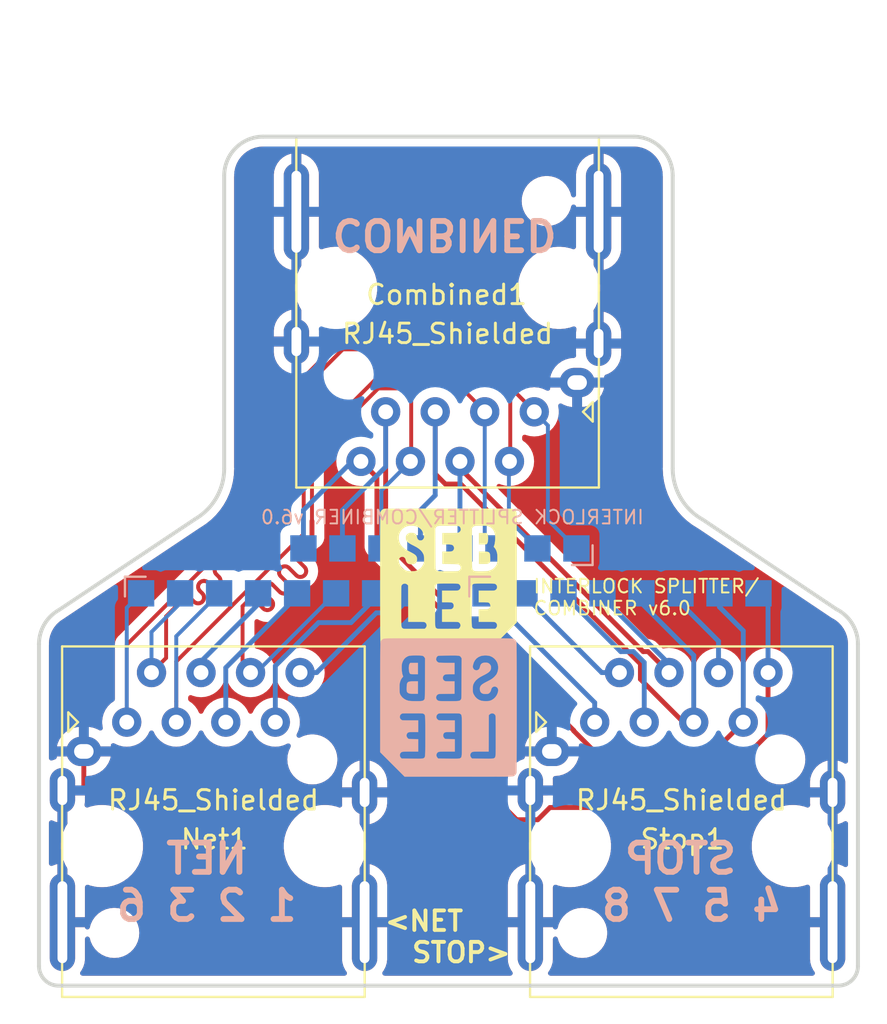
<source format=kicad_pcb>
(kicad_pcb (version 20211014) (generator pcbnew)
  (layers (0 "F.Cu" signal) (31 "B.Cu" signal) (34 "B.Paste" user) (35 "F.Paste" user) (36 "B.SilkS" user "B.Silkscreen") (37 "F.SilkS" user "F.Silkscreen") (38 "B.Mask" user) (39 "F.Mask" user) (44 "Edge.Cuts" user))
  (net 0 "")
  (net 1 "/TX+")
  (net 2 "/TX-")
  (net 3 "/RX+")
  (net 4 "Net-(Combined1-Pad8)")
  (net 5 "Net-(Combined1-Pad7)")
  (net 6 "Net-(Combined1-Pad4)")
  (net 7 "Net-(Combined1-Pad5)")
  (net 8 "GND")
  (net 9 "/RX-")
  (net 10 "Net-(J2-Pad4)")
  (net 11 "Net-(J2-Pad5)")
  (net 12 "Net-(J2-Pad7)")
  (net 13 "Net-(J2-Pad8)")
  (net 14 "Net-(J3-Pad1)")
  (net 15 "Net-(J3-Pad2)")
  (net 16 "Net-(J3-Pad3)")
  (net 17 "Net-(J3-Pad6)")
  (footprint "SebLee:RJ45_Multiple3" (layer "F.Cu") (at 164.4 60.6 180)
    (fp_text reference "Combined1" (at 4.5 6 180) (layer "F.SilkS"))
    (fp_text value "RJ45_Shielded" (at 4.445 4 180) (layer "F.SilkS"))
    (pad "" np_thru_hole circle locked (at -0.64 10.8 180) (size 1.55 1.55) (drill 1.55) (layers *.Cu *.Mask))
    (pad "" np_thru_hole circle locked (at 9.52 1.91 180) (size 1.55 1.55) (drill 1.55) (layers *.Cu *.Mask))
    (pad "" np_thru_hole circle locked (at -1.27 6.35 180) (size 3.2 3.2) (drill 3.2) (layers *.Cu *.Mask))
    (pad "" np_thru_hole circle locked (at 10.16 6.35 180) (size 3.2 3.2) (drill 3.2) (layers *.Cu *.Mask))
    (pad "1" thru_hole circle locked (at 0 0 180) (size 1.5 1.5) (drill 0.76) (layers *.Cu *.Mask) (net 1 "/TX+"))
    (pad "2" thru_hole circle locked (at 1.27 -2.54 180) (size 1.5 1.5) (drill 0.76) (layers *.Cu *.Mask) (net 2 "/TX-"))
    (pad "3" thru_hole circle locked (at 2.54 0 180) (size 1.5 1.5) (drill 0.76) (layers *.Cu *.Mask) (net 3 "/RX+"))
    (pad "4" thru_hole circle locked (at 3.81 -2.54 180) (size 1.5 1.5) (drill 0.76) (layers *.Cu *.Mask) (net 6 "Net-(Combined1-Pad4)"))
    (pad "5" thru_hole circle locked (at 5.08 0 180) (size 1.5 1.5) (drill 0.76) (layers *.Cu *.Mask) (net 7 "Net-(Combined1-Pad5)"))
    (pad "6" thru_hole circle locked (at 6.35 -2.54 180) (size 1.5 1.5) (drill 0.76) (layers *.Cu *.Mask) (net 9 "/RX-"))
    (pad "7" thru_hole circle locked (at 7.62 0 180) (size 1.5 1.5) (drill 0.76) (layers *.Cu *.Mask) (net 5 "Net-(Combined1-Pad7)"))
    (pad "8" thru_hole circle locked (at 8.89 -2.54 180) (size 1.5 1.5) (drill 0.76) (layers *.Cu *.Mask) (net 4 "Net-(Combined1-Pad8)"))
    (pad "SH" thru_hole oval locked (at 12.2 10.25 180) (size 1.3 5) (drill oval 0.5 4.2) (layers *.Cu *.Mask) (net 8 "GND"))
    (pad "SH" thru_hole oval locked (at -2.2 1.5 180) (size 1.8 1.5) (drill oval 1 0.75) (layers *.Cu *.Mask) (net 8 "GND"))
    (pad "SH" thru_hole oval locked (at -3.3 10.25 180) (size 1.3 5) (drill oval 0.5 4.2) (layers *.Cu *.Mask) (net 8 "GND"))
    (pad "SH" thru_hole oval locked (at 12.2 3.6 180) (size 1.3 2.3) (drill oval 0.5 1.5) (layers *.Cu *.Mask) (net 8 "GND"))
    (pad "SH" thru_hole oval locked (at -3.3 3.5 180) (size 1.3 2.3) (drill oval 0.5 1.5) (layers *.Cu *.Mask) (net 8 "GND"))
  )
  (footprint "SebLee:RJ45_Multiple3" (layer "F.Cu") (at 143.5 76.5)
    (fp_text reference "Net1" (at 4.5 6 180) (layer "F.SilkS"))
    (fp_text value "RJ45_Shielded" (at 4.445 4 180) (layer "F.SilkS"))
    (pad "" np_thru_hole circle locked (at 10.16 6.35) (size 3.2 3.2) (drill 3.2) (layers *.Cu *.Mask))
    (pad "" np_thru_hole circle locked (at 9.52 1.91) (size 1.55 1.55) (drill 1.55) (layers *.Cu *.Mask))
    (pad "" np_thru_hole circle locked (at -0.64 10.8) (size 1.55 1.55) (drill 1.55) (layers *.Cu *.Mask))
    (pad "" np_thru_hole circle locked (at -1.27 6.35) (size 3.2 3.2) (drill 3.2) (layers *.Cu *.Mask))
    (pad "1" thru_hole circle locked (at 0 0) (size 1.5 1.5) (drill 0.76) (layers *.Cu *.Mask) (net 1 "/TX+"))
    (pad "2" thru_hole circle locked (at 1.27 -2.54) (size 1.5 1.5) (drill 0.76) (layers *.Cu *.Mask) (net 2 "/TX-"))
    (pad "3" thru_hole circle locked (at 2.54 0) (size 1.5 1.5) (drill 0.76) (layers *.Cu *.Mask) (net 3 "/RX+"))
    (pad "4" thru_hole circle locked (at 3.81 -2.54) (size 1.5 1.5) (drill 0.76) (layers *.Cu *.Mask) (net 10 "Net-(J2-Pad4)"))
    (pad "5" thru_hole circle locked (at 5.08 0) (size 1.5 1.5) (drill 0.76) (layers *.Cu *.Mask) (net 11 "Net-(J2-Pad5)"))
    (pad "6" thru_hole circle locked (at 6.35 -2.54) (size 1.5 1.5) (drill 0.76) (layers *.Cu *.Mask) (net 9 "/RX-"))
    (pad "7" thru_hole circle locked (at 7.62 0) (size 1.5 1.5) (drill 0.76) (layers *.Cu *.Mask) (net 12 "Net-(J2-Pad7)"))
    (pad "8" thru_hole circle locked (at 8.89 -2.54) (size 1.5 1.5) (drill 0.76) (layers *.Cu *.Mask) (net 13 "Net-(J2-Pad8)"))
    (pad "SH" thru_hole oval locked (at -3.3 3.5) (size 1.3 2.3) (drill oval 0.5 1.5) (layers *.Cu *.Mask) (net 8 "GND"))
    (pad "SH" thru_hole oval locked (at 12.2 3.6) (size 1.3 2.3) (drill oval 0.5 1.5) (layers *.Cu *.Mask) (net 8 "GND"))
    (pad "SH" thru_hole oval locked (at 12.2 10.25) (size 1.3 5) (drill oval 0.5 4.2) (layers *.Cu *.Mask) (net 8 "GND"))
    (pad "SH" thru_hole oval locked (at -3.3 10.25) (size 1.3 5) (drill oval 0.5 4.2) (layers *.Cu *.Mask) (net 8 "GND"))
    (pad "SH" thru_hole oval locked (at -2.2 1.5) (size 1.8 1.5) (drill oval 1 0.75) (layers *.Cu *.Mask) (net 8 "GND"))
  )
  (footprint "SebLee:RJ45_Multiple3" (layer "F.Cu") (at 167.5 76.5)
    (fp_text reference "Stop1" (at 4.5 6 180) (layer "F.SilkS"))
    (fp_text value "RJ45_Shielded" (at 4.445 4 180) (layer "F.SilkS"))
    (pad "" np_thru_hole circle locked (at -1.27 6.35) (size 3.2 3.2) (drill 3.2) (layers *.Cu *.Mask))
    (pad "" np_thru_hole circle locked (at 9.52 1.91) (size 1.55 1.55) (drill 1.55) (layers *.Cu *.Mask))
    (pad "" np_thru_hole circle locked (at -0.64 10.8) (size 1.55 1.55) (drill 1.55) (layers *.Cu *.Mask))
    (pad "" np_thru_hole circle locked (at 10.16 6.35) (size 3.2 3.2) (drill 3.2) (layers *.Cu *.Mask))
    (pad "1" thru_hole circle locked (at 0 0) (size 1.5 1.5) (drill 0.76) (layers *.Cu *.Mask) (net 14 "Net-(J3-Pad1)"))
    (pad "2" thru_hole circle locked (at 1.27 -2.54) (size 1.5 1.5) (drill 0.76) (layers *.Cu *.Mask) (net 15 "Net-(J3-Pad2)"))
    (pad "3" thru_hole circle locked (at 2.54 0) (size 1.5 1.5) (drill 0.76) (layers *.Cu *.Mask) (net 16 "Net-(J3-Pad3)"))
    (pad "4" thru_hole circle locked (at 3.81 -2.54) (size 1.5 1.5) (drill 0.76) (layers *.Cu *.Mask) (net 6 "Net-(Combined1-Pad4)"))
    (pad "5" thru_hole circle locked (at 5.08 0) (size 1.5 1.5) (drill 0.76) (layers *.Cu *.Mask) (net 7 "Net-(Combined1-Pad5)"))
    (pad "6" thru_hole circle locked (at 6.35 -2.54) (size 1.5 1.5) (drill 0.76) (layers *.Cu *.Mask) (net 17 "Net-(J3-Pad6)"))
    (pad "7" thru_hole circle locked (at 7.62 0) (size 1.5 1.5) (drill 0.76) (layers *.Cu *.Mask) (net 5 "Net-(Combined1-Pad7)"))
    (pad "8" thru_hole circle locked (at 8.89 -2.54) (size 1.5 1.5) (drill 0.76) (layers *.Cu *.Mask) (net 4 "Net-(Combined1-Pad8)"))
    (pad "SH" thru_hole oval locked (at 12.2 3.6) (size 1.3 2.3) (drill oval 0.5 1.5) (layers *.Cu *.Mask) (net 8 "GND"))
    (pad "SH" thru_hole oval locked (at -3.3 10.25) (size 1.3 5) (drill oval 0.5 4.2) (layers *.Cu *.Mask) (net 8 "GND"))
    (pad "SH" thru_hole oval locked (at 12.2 10.25) (size 1.3 5) (drill oval 0.5 4.2) (layers *.Cu *.Mask) (net 8 "GND"))
    (pad "SH" thru_hole oval locked (at -2.2 1.5) (size 1.8 1.5) (drill oval 1 0.75) (layers *.Cu *.Mask) (net 8 "GND"))
    (pad "SH" thru_hole oval locked (at -3.3 3.5) (size 1.3 2.3) (drill oval 0.5 1.5) (layers *.Cu *.Mask) (net 8 "GND"))
  )
  (footprint "SebLee:SebLee7mm" (layer "F.Cu") (at 160 69.1)
    (fp_text reference "G***" hide)
    (fp_text value "LOGO" hide)
  )
  (footprint "SebLee:SebLee7mm" (layer "B.Cu") (at 160 75.75 180)
    (fp_text reference "G***" hide)
    (fp_text value "LOGO" hide)
  )
  (footprint "SebLee:Pads_1x08_P2.00mm_Vertical" (layer "B.Cu") (at 166.5625 67.6 90)
    (fp_text reference "J1" hide)
    (fp_text value "Conn_01x08")
    (pad "1" smd rect (at 0 0 90) (size 1.35 1.35) (layers "B.Cu" "B.Paste" "B.Mask") (net 1 "/TX+"))
    (pad "2" smd rect (at 0 -2 90) (size 1.35 1.35) (layers "B.Cu" "B.Paste" "B.Mask") (net 2 "/TX-"))
    (pad "3" smd rect (at 0 -4 90) (size 1.35 1.35) (layers "B.Cu" "B.Paste" "B.Mask") (net 3 "/RX+"))
    (pad "4" smd rect (at 0 -6 90) (size 1.35 1.35) (layers "B.Cu" "B.Paste" "B.Mask") (net 6 "Net-(Combined1-Pad4)"))
    (pad "5" smd rect (at 0 -8 90) (size 1.35 1.35) (layers "B.Cu" "B.Paste" "B.Mask") (net 7 "Net-(Combined1-Pad5)"))
    (pad "6" smd rect (at 0 -10 90) (size 1.35 1.35) (layers "B.Cu" "B.Paste" "B.Mask") (net 9 "/RX-"))
    (pad "7" smd rect (at 0 -12 90) (size 1.35 1.35) (layers "B.Cu" "B.Paste" "B.Mask") (net 5 "Net-(Combined1-Pad7)"))
    (pad "8" smd rect (at 0 -14 90) (size 1.35 1.35) (layers "B.Cu" "B.Paste" "B.Mask") (net 4 "Net-(Combined1-Pad8)"))
  )
  (footprint "SebLee:Pads_1x08_P2.00mm_Vertical" (layer "B.Cu") (at 161.9 69.9 -90)
    (fp_text reference "J3" hide)
    (fp_text value "Conn_01x08" hide)
    (pad "1" smd rect (at 0 0 270) (size 1.35 1.35) (layers "B.Cu" "B.Paste" "B.Mask") (net 14 "Net-(J3-Pad1)"))
    (pad "2" smd rect (at 0 -2 270) (size 1.35 1.35) (layers "B.Cu" "B.Paste" "B.Mask") (net 15 "Net-(J3-Pad2)"))
    (pad "3" smd rect (at 0 -4 270) (size 1.35 1.35) (layers "B.Cu" "B.Paste" "B.Mask") (net 16 "Net-(J3-Pad3)"))
    (pad "4" smd rect (at 0 -6 270) (size 1.35 1.35) (layers "B.Cu" "B.Paste" "B.Mask") (net 6 "Net-(Combined1-Pad4)"))
    (pad "5" smd rect (at 0 -8 270) (size 1.35 1.35) (layers "B.Cu" "B.Paste" "B.Mask") (net 7 "Net-(Combined1-Pad5)"))
    (pad "6" smd rect (at 0 -10 270) (size 1.35 1.35) (layers "B.Cu" "B.Paste" "B.Mask") (net 17 "Net-(J3-Pad6)"))
    (pad "7" smd rect (at 0 -12 270) (size 1.35 1.35) (layers "B.Cu" "B.Paste" "B.Mask") (net 5 "Net-(Combined1-Pad7)"))
    (pad "8" smd rect (at 0 -14 270) (size 1.35 1.35) (layers "B.Cu" "B.Paste" "B.Mask") (net 4 "Net-(Combined1-Pad8)"))
  )
  (footprint "SebLee:Pads_1x08_P2.00mm_Vertical" (layer "B.Cu") (at 144.2375 69.9 -90)
    (fp_text reference "J2" hide)
    (fp_text value "Conn_01x08")
    (pad "1" smd rect locked (at 0 0 270) (size 1.35 1.35) (layers "B.Cu" "B.Paste" "B.Mask") (net 1 "/TX+"))
    (pad "2" smd rect locked (at 0 -2 270) (size 1.35 1.35) (layers "B.Cu" "B.Paste" "B.Mask") (net 2 "/TX-"))
    (pad "3" smd rect locked (at 0 -4 270) (size 1.35 1.35) (layers "B.Cu" "B.Paste" "B.Mask") (net 3 "/RX+"))
    (pad "4" smd rect locked (at 0 -6 270) (size 1.35 1.35) (layers "B.Cu" "B.Paste" "B.Mask") (net 10 "Net-(J2-Pad4)"))
    (pad "5" smd rect locked (at 0 -8 270) (size 1.35 1.35) (layers "B.Cu" "B.Paste" "B.Mask") (net 11 "Net-(J2-Pad5)"))
    (pad "6" smd rect locked (at 0 -10 270) (size 1.35 1.35) (layers "B.Cu" "B.Paste" "B.Mask") (net 9 "/RX-"))
    (pad "7" smd rect locked (at 0 -12 270) (size 1.35 1.35) (layers "B.Cu" "B.Paste" "B.Mask") (net 12 "Net-(J2-Pad7)"))
    (pad "8" smd rect locked (at 0 -14 270) (size 1.35 1.35) (layers "B.Cu" "B.Paste" "B.Mask") (net 13 "Net-(J2-Pad8)"))
  )
  (gr_line (start 173.03615 66.118615) (end 179.894427 70.711146) (layer "Edge.Cuts") (width 0.2))
  (gr_line (start 147.043487 66.072479) (end 140.0059 70.764556) (layer "Edge.Cuts") (width 0.2))
  (gr_arc (start 139 72.5) (mid 139.269653 71.497054) (end 140.0059 70.764556) (layer "Edge.Cuts") (width 0.2))
  (gr_arc (start 148.5 63.5) (mid 148.1106 64.978097) (end 147.043487 66.072479) (layer "Edge.Cuts") (width 0.2))
  (gr_arc (start 169.5 46.5) (mid 170.914214 47.085786) (end 171.5 48.5) (layer "Edge.Cuts") (width 0.2))
  (gr_arc (start 148.5 48.5) (mid 149.085786 47.085786) (end 150.5 46.5) (layer "Edge.Cuts") (width 0.2))
  (gr_line (start 150.5 46.5) (end 169.5 46.5) (layer "Edge.Cuts") (width 0.2))
  (gr_line (start 171.5 48.5) (end 171.5 63.5) (layer "Edge.Cuts") (width 0.2))
  (gr_line (start 148.5 48.5) (end 148.5 63.5) (layer "Edge.Cuts") (width 0.2))
  (gr_arc (start 140 90) (mid 139.292893 89.707107) (end 139 89) (layer "Edge.Cuts") (width 0.2))
  (gr_arc (start 181 89) (mid 180.707107 89.707107) (end 180 90) (layer "Edge.Cuts") (width 0.2))
  (gr_line (start 181 72.5) (end 181 89) (layer "Edge.Cuts") (width 0.2))
  (gr_arc (start 173.03615 66.118615) (mid 171.91238 65.017968) (end 171.5 63.5) (layer "Edge.Cuts") (width 0.2))
  (gr_line (start 139 89) (end 139 72.5) (layer "Edge.Cuts") (width 0.2))
  (gr_arc (start 179.894427 70.711146) (mid 180.701301 71.448538) (end 181 72.5) (layer "Edge.Cuts") (width 0.2))
  (gr_line (start 180 90) (end 140 90) (layer "Edge.Cuts") (width 0.2))
  (gr_text "COMBINED" (at 159.8 51.5 180) (layer "B.SilkS") (effects (font (size 1.5 1.5) (thickness 0.3)) (justify mirror)))
  (gr_text "STOP\n4 5 7 8 " (at 171.9 84.7) (layer "B.SilkS") (effects (font (size 1.5 1.5) (thickness 0.3)) (justify mirror)))
  (gr_text "INTERLOCK SPLITTER/COMBINER v6.0\n" (at 160.2 66) (layer "B.SilkS") (effects (font (size 0.7 0.7) (thickness 0.1)) (justify mirror)))
  (gr_text "NET\n1 2 3 6" (at 147.6 84.7) (layer "B.SilkS") (effects (font (size 1.5 1.5) (thickness 0.3)) (justify mirror)))
  (gr_text "<NET\n     STOP>" (at 158.75 87.5) (layer "F.SilkS") (effects (font (size 1 1) (thickness 0.2))))
  (gr_text "INTERLOCK SPLITTER/\nCOMBINER v6.0" (at 164.3 70.1) (layer "F.SilkS") (effects (font (size 0.7 0.7) (thickness 0.1)) (justify left)))
  (segment (start 160.83 57) (end 164.44 60.61) (width 0.2) (layer "F.Cu") (net 1))
  (segment (start 150.849989 60.563309) (end 154.413298 57) (width 0.2) (layer "F.Cu") (net 1))
  (segment (start 154.413298 57) (end 160.83 57) (width 0.2) (layer "F.Cu") (net 1))
  (segment (start 143.5 76.5) (end 143.5 72.5343) (width 0.2) (layer "F.Cu") (net 1))
  (segment (start 143.5 72.5343) (end 150.849989 65.184311) (width 0.2) (layer "F.Cu") (net 1))
  (segment (start 150.849989 65.184311) (end 150.849989 60.563309) (width 0.2) (layer "F.Cu") (net 1))
  (segment (start 143.5 70.6375) (end 144.2375 69.9) (width 0.2) (layer "B.Cu") (net 1))
  (segment (start 143.5 76.5) (end 143.5 70.6375) (width 0.2) (layer "B.Cu") (net 1))
  (segment (start 166.5625 67.6) (end 165.1 66.1375) (width 0.2) (layer "B.Cu") (net 1))
  (segment (start 165.1 66.1375) (end 165.1 61.3) (width 0.2) (layer "B.Cu") (net 1))
  (segment (start 165.1 61.3) (end 164.4 60.6) (width 0.2) (layer "B.Cu") (net 1))
  (segment (start 148.295705 69.167873) (end 148.266558 69.107347) (width 0.2) (layer "F.Cu") (net 2))
  (segment (start 147.42707 69.26549) (end 147.494249 69.26549) (width 0.2) (layer "F.Cu") (net 2))
  (segment (start 147.30105 69.309586) (end 147.361576 69.280439) (width 0.2) (layer "F.Cu") (net 2))
  (segment (start 148.224673 69.054824) (end 148.097055 68.927206) (width 0.2) (layer "F.Cu") (net 2))
  (segment (start 145.519999 73.210001) (end 145.519999 71.080001) (width 0.2) (layer "F.Cu") (net 2))
  (segment (start 147.248527 69.775734) (end 147.206641 69.723211) (width 0.2) (layer "F.Cu") (net 2))
  (segment (start 147.620269 69.309586) (end 147.672792 69.351472) (width 0.2) (layer "F.Cu") (net 2))
  (segment (start 148.266558 69.107347) (end 148.224673 69.054824) (width 0.2) (layer "F.Cu") (net 2))
  (segment (start 147.447177 70.016401) (end 147.41803 69.955875) (width 0.2) (layer "F.Cu") (net 2))
  (segment (start 148.310654 69.233367) (end 148.295705 69.167873) (width 0.2) (layer "F.Cu") (net 2))
  (segment (start 160.6 57.4) (end 163.17 59.97) (width 0.2) (layer "F.Cu") (net 2))
  (segment (start 147.004404 70.369503) (end 147.06493 70.39865) (width 0.2) (layer "F.Cu") (net 2))
  (segment (start 154.578998 57.4) (end 160.6 57.4) (width 0.2) (layer "F.Cu") (net 2))
  (segment (start 148.111625 69.550122) (end 148.172151 69.520975) (width 0.2) (layer "F.Cu") (net 2))
  (segment (start 148.011073 68.681484) (end 148.026022 68.61599) (width 0.2) (layer "F.Cu") (net 2))
  (segment (start 148.172151 69.520975) (end 148.224673 69.479089) (width 0.2) (layer "F.Cu") (net 2))
  (segment (start 147.494249 69.26549) (end 147.559743 69.280439) (width 0.2) (layer "F.Cu") (net 2))
  (segment (start 163.17 59.97) (end 163.17 63.15) (width 0.2) (layer "F.Cu") (net 2))
  (segment (start 151.25 60.728998) (end 154.578998 57.4) (width 0.2) (layer "F.Cu") (net 2))
  (segment (start 147.800409 69.479089) (end 147.852932 69.520975) (width 0.2) (layer "F.Cu") (net 2))
  (segment (start 146.824264 70.2) (end 146.951881 70.327617) (width 0.2) (layer "F.Cu") (net 2))
  (segment (start 148.011073 68.748663) (end 148.011073 68.681484) (width 0.2) (layer "F.Cu") (net 2))
  (segment (start 147.206641 69.723211) (end 147.177494 69.662685) (width 0.2) (layer "F.Cu") (net 2))
  (segment (start 148.266558 69.426566) (end 148.295705 69.36604) (width 0.2) (layer "F.Cu") (net 2))
  (segment (start 144.77 73.96) (end 145.519999 73.210001) (width 0.2) (layer "F.Cu") (net 2))
  (segment (start 147.263097 70.39865) (end 147.323623 70.369503) (width 0.2) (layer "F.Cu") (net 2))
  (segment (start 151.25 65.35) (end 151.25 60.728998) (width 0.2) (layer "F.Cu") (net 2))
  (segment (start 147.162545 69.597191) (end 147.162545 69.530012) (width 0.2) (layer "F.Cu") (net 2))
  (segment (start 148.097056 68.502943) (end 151.25 65.35) (width 0.2) (layer "F.Cu") (net 2))
  (segment (start 147.06493 70.39865) (end 147.130424 70.413599) (width 0.2) (layer "F.Cu") (net 2))
  (segment (start 148.046131 69.565071) (end 148.111625 69.550122) (width 0.2) (layer "F.Cu") (net 2))
  (segment (start 147.41803 70.275094) (end 147.447177 70.214568) (width 0.2) (layer "F.Cu") (net 2))
  (segment (start 147.462126 70.149074) (end 147.462126 70.081895) (width 0.2) (layer "F.Cu") (net 2))
  (segment (start 147.462126 70.081895) (end 147.447177 70.016401) (width 0.2) (layer "F.Cu") (net 2))
  (segment (start 147.361576 69.280439) (end 147.42707 69.26549) (width 0.2) (layer "F.Cu") (net 2))
  (segment (start 148.026022 68.61599) (end 148.055169 68.555464) (width 0.2) (layer "F.Cu") (net 2))
  (segment (start 146.4 70.2) (end 146.452522 70.158114) (width 0.2) (layer "F.Cu") (net 2))
  (segment (start 147.177494 69.464518) (end 147.206641 69.403992) (width 0.2) (layer "F.Cu") (net 2))
  (segment (start 147.206641 69.403992) (end 147.248528 69.351472) (width 0.2) (layer "F.Cu") (net 2))
  (segment (start 148.055169 68.874683) (end 148.026022 68.814157) (width 0.2) (layer "F.Cu") (net 2))
  (segment (start 146.951881 70.327617) (end 147.004404 70.369503) (width 0.2) (layer "F.Cu") (net 2))
  (segment (start 147.376145 69.903352) (end 147.248527 69.775734) (width 0.2) (layer "F.Cu") (net 2))
  (segment (start 148.097055 68.927206) (end 148.055169 68.874683) (width 0.2) (layer "F.Cu") (net 2))
  (segment (start 147.852932 69.520975) (end 147.913458 69.550122) (width 0.2) (layer "F.Cu") (net 2))
  (segment (start 147.913458 69.550122) (end 147.978952 69.565071) (width 0.2) (layer "F.Cu") (net 2))
  (segment (start 146.513048 70.128967) (end 146.578542 70.114018) (width 0.2) (layer "F.Cu") (net 2))
  (segment (start 145.519999 71.080001) (end 146.4 70.2) (width 0.2) (layer "F.Cu") (net 2))
  (segment (start 146.578542 70.114018) (end 146.645721 70.114018) (width 0.2) (layer "F.Cu") (net 2))
  (segment (start 148.310654 69.300546) (end 148.310654 69.233367) (width 0.2) (layer "F.Cu") (net 2))
  (segment (start 148.026022 68.814157) (end 148.011073 68.748663) (width 0.2) (layer "F.Cu") (net 2))
  (segment (start 147.376145 70.327617) (end 147.41803 70.275094) (width 0.2) (layer "F.Cu") (net 2))
  (segment (start 146.452522 70.158114) (end 146.513048 70.128967) (width 0.2) (layer "F.Cu") (net 2))
  (segment (start 147.248528 69.351472) (end 147.30105 69.309586) (width 0.2) (layer "F.Cu") (net 2))
  (segment (start 146.771741 70.158114) (end 146.824264 70.2) (width 0.2) (layer "F.Cu") (net 2))
  (segment (start 147.559743 69.280439) (end 147.620269 69.309586) (width 0.2) (layer "F.Cu") (net 2))
  (segment (start 148.055169 68.555464) (end 148.097056 68.502943) (width 0.2) (layer "F.Cu") (net 2))
  (segment (start 147.130424 70.413599) (end 147.197603 70.413599) (width 0.2) (layer "F.Cu") (net 2))
  (segment (start 148.224673 69.479089) (end 148.266558 69.426566) (width 0.2) (layer "F.Cu") (net 2))
  (segment (start 148.295705 69.36604) (end 148.310654 69.300546) (width 0.2) (layer "F.Cu") (net 2))
  (segment (start 147.323623 70.369503) (end 147.376145 70.327617) (width 0.2) (layer "F.Cu") (net 2))
  (segment (start 147.978952 69.565071) (end 148.046131 69.565071) (width 0.2) (layer "F.Cu") (net 2))
  (segment (start 147.41803 69.955875) (end 147.376145 69.903352) (width 0.2) (layer "F.Cu") (net 2))
  (segment (start 146.711215 70.128967) (end 146.771741 70.158114) (width 0.2) (layer "F.Cu") (net 2))
  (segment (start 147.177494 69.662685) (end 147.162545 69.597191) (width 0.2) (layer "F.Cu") (net 2))
  (segment (start 147.197603 70.413599) (end 147.263097 70.39865) (width 0.2) (layer "F.Cu") (net 2))
  (segment (start 146.645721 70.114018) (end 146.711215 70.128967) (width 0.2) (layer "F.Cu") (net 2))
  (segment (start 147.162545 69.530012) (end 147.177494 69.464518) (width 0.2) (layer "F.Cu") (net 2))
  (segment (start 147.447177 70.214568) (end 147.462126 70.149074) (width 0.2) (layer "F.Cu") (net 2))
  (segment (start 147.672792 69.351472) (end 147.800409 69.479089) (width 0.2) (layer "F.Cu") (net 2))
  (segment (start 163.1 63.17) (end 163.13 63.14) (width 0.2) (layer "B.Cu") (net 2))
  (segment (start 164.5625 67.6) (end 163.1 66.1375) (width 0.2) (layer "B.Cu") (net 2))
  (segment (start 163.1 66.1375) (end 163.1 63.17) (width 0.2) (layer "B.Cu") (net 2))
  (segment (start 146.2375 70.4125) (end 146.2375 69.9) (width 0.2) (layer "B.Cu") (net 2))
  (segment (start 144.77 73.96) (end 144.77 71.88) (width 0.2) (layer "B.Cu") (net 2))
  (segment (start 144.77 71.88) (end 146.2375 70.4125) (width 0.2) (layer "B.Cu") (net 2))
  (segment (start 152.57499 66.85681) (end 146.04 73.3918) (width 0.2) (layer "F.Cu") (net 3))
  (segment (start 161.9 60.61) (end 160.29 59) (width 0.2) (layer "F.Cu") (net 3))
  (segment (start 146.04 73.3918) (end 146.04 75.43934) (width 0.2) (layer "F.Cu") (net 3))
  (segment (start 156.2 59) (end 152.57499 62.62501) (width 0.2) (layer "F.Cu") (net 3))
  (segment (start 160.29 59) (end 156.2 59) (width 0.2) (layer "F.Cu") (net 3))
  (segment (start 152.57499 62.62501) (end 152.57499 66.85681) (width 0.2) (layer "F.Cu") (net 3))
  (segment (start 146.04 75.43934) (end 146.04 76.5) (width 0.2) (layer "F.Cu") (net 3))
  (segment (start 146.04 72.0975) (end 148.2375 69.9) (width 0.2) (layer "B.Cu") (net 3))
  (segment (start 161.86 66.8975) (end 161.86 60.6) (width 0.2) (layer "B.Cu") (net 3))
  (segment (start 162.5625 67.6) (end 161.86 66.8975) (width 0.2) (layer "B.Cu") (net 3))
  (segment (start 146.04 76.5) (end 146.04 72.0975) (width 0.2) (layer "B.Cu") (net 3))
  (segment (start 172.624521 80.875479) (end 165.2027 80.875479) (width 0.25) (layer "F.Cu") (net 4))
  (segment (start 164.578179 81.5) (end 163.5 81.5) (width 0.25) (layer "F.Cu") (net 4))
  (segment (start 165.2027 80.875479) (end 164.578179 81.5) (width 0.25) (layer "F.Cu") (net 4))
  (segment (start 162.9 80.9) (end 162.9 74.035718) (width 0.25) (layer "F.Cu") (net 4))
  (segment (start 156.33048 67.466197) (end 156.33048 63.96048) (width 0.25) (layer "F.Cu") (net 4))
  (segment (start 156.33048 63.96048) (end 155.51 63.14) (width 0.25) (layer "F.Cu") (net 4))
  (segment (start 176.39 77.11) (end 172.624521 80.875479) (width 0.25) (layer "F.Cu") (net 4))
  (segment (start 162.9 74.035718) (end 156.33048 67.466197) (width 0.25) (layer "F.Cu") (net 4))
  (segment (start 176.39 73.96) (end 176.39 77.11) (width 0.25) (layer "F.Cu") (net 4))
  (segment (start 163.5 81.5) (end 162.9 80.9) (width 0.25) (layer "F.Cu") (net 4))
  (segment (start 176.39 73.96) (end 176.39 70.39) (width 0.25) (layer "B.Cu") (net 4))
  (segment (start 152.5625 65.6375) (end 155.06 63.14) (width 0.25) (layer "B.Cu") (net 4))
  (segment (start 152.5625 67.6) (end 152.5625 65.6375) (width 0.25) (layer "B.Cu") (net 4))
  (segment (start 155.06 63.14) (end 155.51 63.14) (width 0.25) (layer "B.Cu") (net 4))
  (segment (start 176.39 70.39) (end 175.9 69.9) (width 0.25) (layer "B.Cu") (net 4))
  (segment (start 175.12 76.5) (end 172.92 78.7) (width 0.25) (layer "F.Cu") (net 5))
  (segment (start 166.425489 76.925489) (end 156.78 67.28) (width 0.25) (layer "F.Cu") (net 5))
  (segment (start 166.425489 76.945078) (end 166.425489 76.925489) (width 0.25) (layer "F.Cu") (net 5))
  (segment (start 168.180411 78.7) (end 166.425489 76.945078) (width 0.25) (layer "F.Cu") (net 5))
  (segment (start 156.78 67.28) (end 156.78 60.6) (width 0.25) (layer "F.Cu") (net 5))
  (segment (start 172.92 78.7) (end 168.180411 78.7) (width 0.25) (layer "F.Cu") (net 5))
  (segment (start 156.78 63.42) (end 156.78 60.6) (width 0.25) (layer "B.Cu") (net 5))
  (segment (start 154.5625 65.6375) (end 156.78 63.42) (width 0.25) (layer "B.Cu") (net 5))
  (segment (start 154.5625 67.6) (end 154.5625 65.6375) (width 0.25) (layer "B.Cu") (net 5))
  (segment (start 173.9 70.6) (end 173.9 69.9) (width 0.25) (layer "B.Cu") (net 5))
  (segment (start 175.12 76.5) (end 175.12 71.82) (width 0.25) (layer "B.Cu") (net 5))
  (segment (start 175.12 71.82) (end 173.9 70.6) (width 0.25) (layer "B.Cu") (net 5))
  (segment (start 160.59 63.49) (end 160.59 63.14) (width 0.25) (layer "F.Cu") (net 6))
  (segment (start 171.31 73.96) (end 170.235489 72.885489) (width 0.25) (layer "F.Cu") (net 6))
  (segment (start 170.235489 72.885489) (end 169.985489 72.885489) (width 0.25) (layer "F.Cu") (net 6))
  (segment (start 169.985489 72.885489) (end 160.59 63.49) (width 0.25) (layer "F.Cu") (net 6))
  (segment (start 171.31 73.96) (end 171.31 73.51) (width 0.25) (layer "B.Cu") (net 6))
  (segment (start 171.31 73.51) (end 167.9 70.1) (width 0.25) (layer "B.Cu") (net 6))
  (segment (start 160.59 67.5725) (end 160.59 63.14) (width 0.25) (layer "B.Cu") (net 6))
  (segment (start 160.5625 67.6) (end 160.59 67.5725) (width 0.25) (layer "B.Cu") (net 6))
  (segment (start 167.9 70.1) (end 167.9 69.9) (width 0.25) (layer "B.Cu") (net 6))
  (segment (start 159.32 63.780567) (end 159.32 60.6) (width 0.25) (layer "F.Cu") (net 7))
  (segment (start 160.629589 64.3) (end 159.839433 64.3) (width 0.25) (layer "F.Cu") (net 7))
  (segment (start 169.844511 73.514922) (end 160.629589 64.3) (width 0.25) (layer "F.Cu") (net 7))
  (segment (start 159.839433 64.3) (end 159.32 63.780567) (width 0.25) (layer "F.Cu") (net 7))
  (segment (start 172.58 76.5) (end 172.044511 76.5) (width 0.25) (layer "F.Cu") (net 7))
  (segment (start 172.044511 76.5) (end 169.844511 74.3) (width 0.25) (layer "F.Cu") (net 7))
  (segment (start 169.844511 74.3) (end 169.844511 73.514922) (width 0.25) (layer "F.Cu") (net 7))
  (segment (start 172.58 73.08) (end 169.9 70.4) (width 0.25) (layer "B.Cu") (net 7))
  (segment (start 158.5625 65.6375) (end 159.32 64.88) (width 0.25) (layer "B.Cu") (net 7))
  (segment (start 172.58 76.5) (end 172.58 73.08) (width 0.25) (layer "B.Cu") (net 7))
  (segment (start 169.9 70.4) (end 169.9 69.9) (width 0.25) (layer "B.Cu") (net 7))
  (segment (start 159.32 64.88) (end 159.32 60.6) (width 0.25) (layer "B.Cu") (net 7))
  (segment (start 158.5625 67.6) (end 158.5625 65.6375) (width 0.25) (layer "B.Cu") (net 7))
  (segment (start 140.2 80) (end 141.1 80) (width 0.25) (layer "F.Cu") (net 8))
  (segment (start 141.1 80) (end 141.3 79.8) (width 0.25) (layer "F.Cu") (net 8))
  (segment (start 141.3 79.8) (end 141.3 79) (width 0.25) (layer "F.Cu") (net 8))
  (segment (start 141.3 79) (end 141.3 78) (width 0.25) (layer "F.Cu") (net 8))
  (segment (start 150.011215 70.228967) (end 150.071741 70.258114) (width 0.2) (layer "F.Cu") (net 9))
  (segment (start 151.522499 69.908618) (end 151.589678 69.908618) (width 0.2) (layer "F.Cu") (net 9))
  (segment (start 152.658634 68.602367) (end 152.616749 68.549844) (width 0.2) (layer "F.Cu") (net 9))
  (segment (start 152.17455 68.06563) (end 152.159602 68.000136) (width 0.2) (layer "F.Cu") (net 9))
  (segment (start 152.687781 68.86106) (end 152.70273 68.795566) (width 0.2) (layer "F.Cu") (net 9))
  (segment (start 151.35517 68.974684) (end 151.326022 68.914158) (width 0.2) (layer "F.Cu") (net 9))
  (segment (start 151.82132 68.602944) (end 152.192485 68.974109) (width 0.2) (layer "F.Cu") (net 9))
  (segment (start 151.655173 69.89367) (end 151.715698 69.864522) (width 0.2) (layer "F.Cu") (net 9))
  (segment (start 151.708271 68.531911) (end 151.768797 68.561058) (width 0.2) (layer "F.Cu") (net 9))
  (segment (start 150.608477 70.742198) (end 150.673971 70.757146) (width 0.2) (layer "F.Cu") (net 9))
  (segment (start 151.589678 69.908618) (end 151.655173 69.89367) (width 0.2) (layer "F.Cu") (net 9))
  (segment (start 151.397056 68.602944) (end 151.449578 68.561058) (width 0.2) (layer "F.Cu") (net 9))
  (segment (start 150.548528 69.451471) (end 150.548528 69.451472) (width 0.2) (layer "F.Cu") (net 9))
  (segment (start 152.192485 68.974109) (end 152.245007 69.015994) (width 0.2) (layer "F.Cu") (net 9))
  (segment (start 150.506642 69.503993) (end 150.548528 69.451471) (width 0.2) (layer "F.Cu") (net 9))
  (segment (start 151.005674 70.425443) (end 150.990725 70.359949) (width 0.2) (layer "F.Cu") (net 9))
  (segment (start 151.810106 69.450895) (end 151.768221 69.398372) (width 0.2) (layer "F.Cu") (net 9))
  (segment (start 149.44 73.55) (end 149.44 70.56) (width 0.2) (layer "F.Cu") (net 9))
  (segment (start 150.547951 70.71305) (end 150.608477 70.742198) (width 0.2) (layer "F.Cu") (net 9))
  (segment (start 153 66.15) (end 153 66.2) (width 0.2) (layer "F.Cu") (net 9))
  (segment (start 149.85 73.96) (end 149.44 73.55) (width 0.2) (layer "F.Cu") (net 9))
  (segment (start 152.17455 67.867462) (end 152.203698 67.806937) (width 0.2) (layer "F.Cu") (net 9))
  (segment (start 150.806645 70.742198) (end 150.86717 70.71305) (width 0.2) (layer "F.Cu") (net 9))
  (segment (start 150.72707 69.36549) (end 150.794249 69.36549) (width 0.2) (layer "F.Cu") (net 9))
  (segment (start 151.005674 70.492622) (end 151.005674 70.425443) (width 0.2) (layer "F.Cu") (net 9))
  (segment (start 152.616749 68.974109) (end 152.658634 68.921586) (width 0.2) (layer "F.Cu") (net 9))
  (segment (start 150.86717 70.71305) (end 150.919693 70.671165) (width 0.2) (layer "F.Cu") (net 9))
  (segment (start 150.972792 69.451472) (end 151.343957 69.822637) (width 0.2) (layer "F.Cu") (net 9))
  (segment (start 151.311074 68.848664) (end 151.311074 68.781485) (width 0.2) (layer "F.Cu") (net 9))
  (segment (start 151.768221 69.822637) (end 151.810106 69.770114) (width 0.2) (layer "F.Cu") (net 9))
  (segment (start 151.642777 68.516962) (end 151.708271 68.531911) (width 0.2) (layer "F.Cu") (net 9))
  (segment (start 152.371027 69.06009) (end 152.438206 69.06009) (width 0.2) (layer "F.Cu") (net 9))
  (segment (start 157.8 59.4) (end 156.4 59.4) (width 0.2) (layer "F.Cu") (net 9))
  (segment (start 152.658634 68.921586) (end 152.687781 68.86106) (width 0.2) (layer "F.Cu") (net 9))
  (segment (start 150.74115 70.757146) (end 150.806645 70.742198) (width 0.2) (layer "F.Cu") (net 9))
  (segment (start 152.616749 68.549844) (end 152.245583 68.178678) (width 0.2) (layer "F.Cu") (net 9))
  (segment (start 153 62.8) (end 153 66.15) (width 0.2) (layer "F.Cu") (net 9))
  (segment (start 152.564226 69.015994) (end 152.616749 68.974109) (width 0.2) (layer "F.Cu") (net 9))
  (segment (start 150.548528 69.451472) (end 150.60105 69.409586) (width 0.2) (layer "F.Cu") (net 9))
  (segment (start 150.794249 69.36549) (end 150.859743 69.380439) (width 0.2) (layer "F.Cu") (net 9))
  (segment (start 149.945721 70.214018) (end 150.011215 70.228967) (width 0.2) (layer "F.Cu") (net 9))
  (segment (start 152.351649 67.648351) (end 152.988039 67.011961) (width 0.2) (layer "F.Cu") (net 9))
  (segment (start 150.124264 70.3) (end 150.495429 70.671165) (width 0.2) (layer "F.Cu") (net 9))
  (segment (start 151.397056 68.602943) (end 151.397056 68.602944) (width 0.2) (layer "F.Cu") (net 9))
  (segment (start 150.071741 70.258114) (end 150.124264 70.3) (width 0.2) (layer "F.Cu") (net 9))
  (segment (start 151.854202 69.576915) (end 151.839253 69.511421) (width 0.2) (layer "F.Cu") (net 9))
  (segment (start 158.09 59.69) (end 157.8 59.4) (width 0.2) (layer "F.Cu") (net 9))
  (segment (start 151.449578 68.561058) (end 151.510104 68.531911) (width 0.2) (layer "F.Cu") (net 9))
  (segment (start 150.990725 70.558116) (end 151.005674 70.492622) (width 0.2) (layer "F.Cu") (net 9))
  (segment (start 150.462546 69.630013) (end 150.477494 69.564518) (width 0.2) (layer "F.Cu") (net 9))
  (segment (start 152.203698 67.806937) (end 152.245584 67.754415) (width 0.2) (layer "F.Cu") (net 9))
  (segment (start 150.462546 69.697192) (end 150.462546 69.630013) (width 0.2) (layer "F.Cu") (net 9))
  (segment (start 151.35517 68.655465) (end 151.397056 68.602943) (width 0.2) (layer "F.Cu") (net 9))
  (segment (start 150.495429 70.671165) (end 150.547951 70.71305) (width 0.2) (layer "F.Cu") (net 9))
  (segment (start 152.245583 68.178678) (end 152.203698 68.126156) (width 0.2) (layer "F.Cu") (net 9))
  (segment (start 152.687781 68.662893) (end 152.658634 68.602367) (width 0.2) (layer "F.Cu") (net 9))
  (segment (start 150.859743 69.380439) (end 150.920269 69.409586) (width 0.2) (layer "F.Cu") (net 9))
  (segment (start 151.343957 69.822637) (end 151.396479 69.864522) (width 0.2) (layer "F.Cu") (net 9))
  (segment (start 150.661576 69.380439) (end 150.72707 69.36549) (width 0.2) (layer "F.Cu") (net 9))
  (segment (start 153 67) (end 153 66.2) (width 0.25) (layer "F.Cu") (net 9))
  (segment (start 151.397055 69.027206) (end 151.35517 68.974684) (width 0.2) (layer "F.Cu") (net 9))
  (segment (start 152.988039 67.011961) (end 153 67) (width 0.2) (layer "F.Cu") (net 9))
  (segment (start 150.990725 70.359949) (end 150.961578 70.299423) (width 0.2) (layer "F.Cu") (net 9))
  (segment (start 149.7 70.3) (end 149.752522 70.258114) (width 0.2) (layer "F.Cu") (net 9))
  (segment (start 151.839253 69.511421) (end 151.810106 69.450895) (width 0.2) (layer "F.Cu") (net 9))
  (segment (start 149.878542 70.214018) (end 149.945721 70.214018) (width 0.2) (layer "F.Cu") (net 9))
  (segment (start 152.70273 68.795566) (end 152.70273 68.728387) (width 0.2) (layer "F.Cu") (net 9))
  (segment (start 156.4 59.4) (end 153 62.8) (width 0.2) (layer "F.Cu") (net 9))
  (segment (start 149.752522 70.258114) (end 149.813048 70.228967) (width 0.2) (layer "F.Cu") (net 9))
  (segment (start 151.715698 69.864522) (end 151.768221 69.822637) (width 0.2) (layer "F.Cu") (net 9))
  (segment (start 151.326022 68.914158) (end 151.311074 68.848664) (width 0.2) (layer "F.Cu") (net 9))
  (segment (start 151.810106 69.770114) (end 151.839253 69.709588) (width 0.2) (layer "F.Cu") (net 9))
  (segment (start 150.548527 69.875734) (end 150.506642 69.823212) (width 0.2) (layer "F.Cu") (net 9))
  (segment (start 150.961578 70.299423) (end 150.919693 70.2469) (width 0.2) (layer "F.Cu") (net 9))
  (segment (start 151.854202 69.644094) (end 151.854202 69.576915) (width 0.2) (layer "F.Cu") (net 9))
  (segment (start 150.920269 69.409586) (end 150.972792 69.451472) (width 0.2) (layer "F.Cu") (net 9))
  (segment (start 151.396479 69.864522) (end 151.457005 69.89367) (width 0.2) (layer "F.Cu") (net 9))
  (segment (start 152.159602 67.932957) (end 152.17455 67.867462) (width 0.2) (layer "F.Cu") (net 9))
  (segment (start 150.673971 70.757146) (end 150.74115 70.757146) (width 0.2) (layer "F.Cu") (net 9))
  (segment (start 150.477494 69.564518) (end 150.506642 69.503993) (width 0.2) (layer "F.Cu") (net 9))
  (segment (start 152.70273 68.728387) (end 152.687781 68.662893) (width 0.2) (layer "F.Cu") (net 9))
  (segment (start 151.311074 68.781485) (end 151.326022 68.71599) (width 0.2) (layer "F.Cu") (net 9))
  (segment (start 150.477494 69.762686) (end 150.462546 69.697192) (width 0.2) (layer "F.Cu") (net 9))
  (segment (start 150.506642 69.823212) (end 150.477494 69.762686) (width 0.2) (layer "F.Cu") (net 9))
  (segment (start 150.919693 70.671165) (end 150.961578 70.618642) (width 0.2) (layer "F.Cu") (net 9))
  (segment (start 150.919693 70.2469) (end 150.548527 69.875734) (width 0.2) (layer "F.Cu") (net 9))
  (segment (start 152.305533 69.045142) (end 152.371027 69.06009) (width 0.2) (layer "F.Cu") (net 9))
  (segment (start 151.575598 68.516962) (end 151.642777 68.516962) (width 0.2) (layer "F.Cu") (net 9))
  (segment (start 151.510104 68.531911) (end 151.575598 68.516962) (width 0.2) (layer "F.Cu") (net 9))
  (segment (start 151.768221 69.398372) (end 151.397055 69.027206) (width 0.2) (layer "F.Cu") (net 9))
  (segment (start 158.09 63.15) (end 158.09 59.69) (width 0.2) (layer "F.Cu") (net 9))
  (segment (start 152.438206 69.06009) (end 152.503701 69.045142) (width 0.2) (layer "F.Cu") (net 9))
  (segment (start 152.245584 67.754415) (end 152.351649 67.648351) (width 0.2) (layer "F.Cu") (net 9))
  (segment (start 149.813048 70.228967) (end 149.878542 70.214018) (width 0.2) (layer "F.Cu") (net 9))
  (segment (start 152.503701 69.045142) (end 152.564226 69.015994) (width 0.2) (layer "F.Cu") (net 9))
  (segment (start 151.326022 68.71599) (end 151.35517 68.655465) (width 0.2) (layer "F.Cu") (net 9))
  (segment (start 152.203698 68.126156) (end 152.17455 68.06563) (width 0.2) (layer "F.Cu") (net 9))
  (segment (start 149.44 70.56) (end 149.7 70.3) (width 0.2) (layer "F.Cu") (net 9))
  (segment (start 151.839253 69.709588) (end 151.854202 69.644094) (width 0.2) (layer "F.Cu") (net 9))
  (segment (start 150.961578 70.618642) (end 150.990725 70.558116) (width 0.2) (layer "F.Cu") (net 9))
  (segment (start 151.457005 69.89367) (end 151.522499 69.908618) (width 0.2) (layer "F.Cu") (net 9))
  (segment (start 152.245007 69.015994) (end 152.305533 69.045142) (width 0.2) (layer "F.Cu") (net 9))
  (segment (start 152.159602 68.000136) (end 152.159602 67.932957) (width 0.2) (layer "F.Cu") (net 9))
  (segment (start 151.768797 68.561058) (end 151.82132 68.602944) (width 0.2) (layer "F.Cu") (net 9))
  (segment (start 150.60105 69.409586) (end 150.661576 69.380439) (width 0.2) (layer "F.Cu") (net 9))
  (segment (start 154.2 69.9) (end 154.2375 69.9) (width 0.2) (layer "B.Cu") (net 9))
  (segment (start 149.85 73.96) (end 150.14 73.96) (width 0.2) (layer "B.Cu") (net 9))
  (segment (start 156.5625 64.6275) (end 158.05 63.14) (width 0.2) (layer "B.Cu") (net 9))
  (segment (start 156.5625 67.6) (end 156.5625 64.6275) (width 0.2) (layer "B.Cu") (net 9))
  (segment (start 150.14 73.96) (end 154.2 69.9) (width 0.2) (layer "B.Cu") (net 9))
  (segment (start 147.31 73.39) (end 150.2375 70.4625) (width 0.25) (layer "B.Cu") (net 10))
  (segment (start 150.2375 70.4625) (end 150.2375 69.9) (width 0.25) (layer "B.Cu") (net 10))
  (segment (start 147.31 73.96) (end 147.31 73.39) (width 0.25) (layer "B.Cu") (net 10))
  (segment (start 152.2375 70.052911) (end 152.2375 69.9) (width 0.25) (layer "B.Cu") (net 11))
  (segment (start 148.58 76.5) (end 148.58 73.710411) (width 0.25) (layer "B.Cu") (net 11))
  (segment (start 148.58 73.710411) (end 152.2375 70.052911) (width 0.25) (layer "B.Cu") (net 11))
  (segment (start 151.12 76.5) (end 151.12 73.617862) (width 0.25) (layer "B.Cu") (net 12))
  (segment (start 156.2375 70.1625) (end 156.2375 69.9) (width 0.25) (layer "B.Cu") (net 12))
  (segment (start 153.338351 71.399511) (end 155.000489 71.399511) (width 0.25) (layer "B.Cu") (net 12))
  (segment (start 151.12 73.617862) (end 153.338351 71.399511) (width 0.25) (layer "B.Cu") (net 12))
  (segment (start 155.000489 71.399511) (end 156.2375 70.1625) (width 0.25) (layer "B.Cu") (net 12))
  (segment (start 152.39 73.96) (end 153.24 73.96) (width 0.25) (layer "B.Cu") (net 13))
  (segment (start 156.300489 70.899511) (end 157.237989 70.899511) (width 0.25) (layer "B.Cu") (net 13))
  (segment (start 157.237989 70.899511) (end 158.2375 69.9) (width 0.25) (layer "B.Cu") (net 13))
  (segment (start 153.24 73.96) (end 156.300489 70.899511) (width 0.25) (layer "B.Cu") (net 13))
  (segment (start 167.5 76.5) (end 167.5 75.5) (width 0.25) (layer "B.Cu") (net 14))
  (segment (start 167.5 75.5) (end 161.9 69.9) (width 0.25) (layer "B.Cu") (net 14))
  (segment (start 163.9 70) (end 163.9 69.9) (width 0.25) (layer "B.Cu") (net 15))
  (segment (start 168.77 73.96) (end 167.86 73.96) (width 0.25) (layer "B.Cu") (net 15))
  (segment (start 167.86 73.96) (end 163.9 70) (width 0.25) (layer "B.Cu") (net 15))
  (segment (start 165.9 69.95) (end 165.9 69.9) (width 0.25) (layer "B.Cu") (net 16))
  (segment (start 170.04 73.44) (end 169.485489 72.885489) (width 0.25) (layer "B.Cu") (net 16))
  (segment (start 170.04 76.5) (end 170.04 73.44) (width 0.25) (layer "B.Cu") (net 16))
  (segment (start 168.835489 72.885489) (end 165.9 69.95) (width 0.25) (layer "B.Cu") (net 16))
  (segment (start 169.485489 72.885489) (end 168.835489 72.885489) (width 0.25) (layer "B.Cu") (net 16))
  (segment (start 173.85 72.35) (end 171.9 70.4) (width 0.25) (layer "B.Cu") (net 17))
  (segment (start 173.85 73.96) (end 173.85 72.35) (width 0.25) (layer "B.Cu") (net 17))
  (segment (start 171.9 70.4) (end 171.9 69.9) (width 0.25) (layer "B.Cu") (net 17))
  (zone (net 8) (net_name "GND") (layer "F.Cu") (connect_pads (clearance 0.508)) (min_thickness 0.254) (fill yes (thermal_gap 0.508) (thermal_bridge_width 0.508))
    (polygon (pts (xy 172 63.5) (xy 182.5 72) (xy 182.5 92) (xy 137 92) (xy 137 69) (xy 146 63.5) (xy 146 39.5) (xy 172 39.5)))
  )
  (zone (net 8) (net_name "GND") (layer "B.Cu") (connect_pads (clearance 0.508)) (min_thickness 0.254) (fill yes (thermal_gap 0.508) (thermal_bridge_width 0.508))
    (polygon (pts (xy 172 63.5) (xy 182.5 72) (xy 182.5 92) (xy 137 92) (xy 137 69) (xy 146 63.5) (xy 146 39.5) (xy 172 39.5)))
  )
)
</source>
